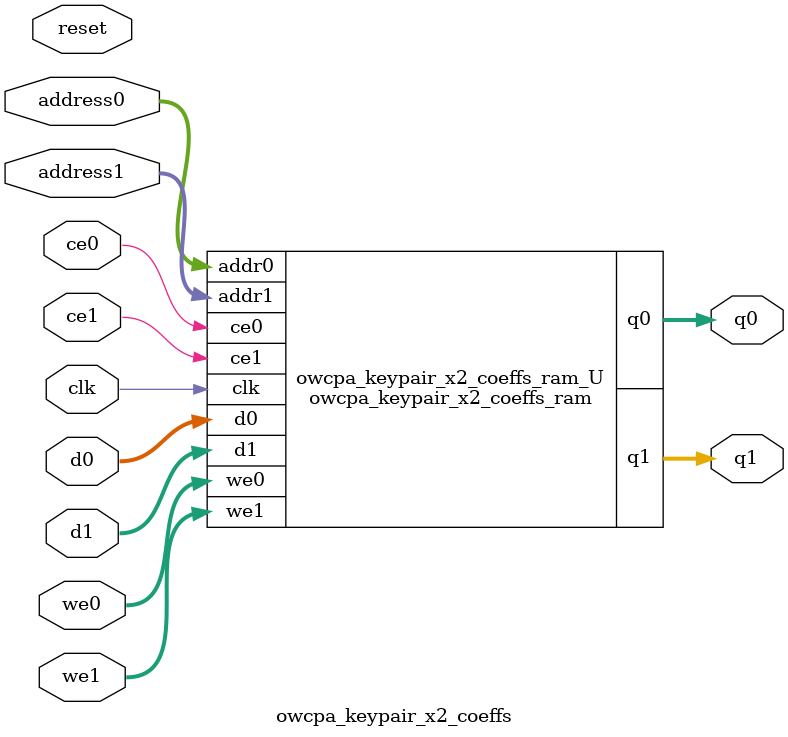
<source format=v>
`timescale 1 ns / 1 ps
module owcpa_keypair_x2_coeffs_ram (addr0, ce0, d0, we0, q0, addr1, ce1, d1, we1, q1,  clk);

parameter DWIDTH = 16;
parameter AWIDTH = 10;
parameter MEM_SIZE = 677;
parameter COL_WIDTH = 8;
parameter NUM_COL = (DWIDTH/COL_WIDTH);

input[AWIDTH-1:0] addr0;
input ce0;
input[DWIDTH-1:0] d0;
input [NUM_COL-1:0] we0;
output reg[DWIDTH-1:0] q0;
input[AWIDTH-1:0] addr1;
input ce1;
input[DWIDTH-1:0] d1;
input [NUM_COL-1:0] we1;
output reg[DWIDTH-1:0] q1;
input clk;

(* ram_style = "block" *)reg [DWIDTH-1:0] ram[0:MEM_SIZE-1];



genvar i;

generate
    for (i=0;i<NUM_COL;i=i+1) begin
        always @(posedge clk) begin
            if (ce0) begin
                if (we0[i]) begin
                    ram[addr0][i*COL_WIDTH +: COL_WIDTH] <= d0[i*COL_WIDTH +: COL_WIDTH]; 
                end
                q0[i*COL_WIDTH +: COL_WIDTH] <= ram[addr0][i*COL_WIDTH +: COL_WIDTH];
            end
        end
    end
endgenerate


generate
    for (i=0;i<NUM_COL;i=i+1) begin
        always @(posedge clk) begin
            if (ce1) begin
                if (we1[i]) begin
                    ram[addr1][i*COL_WIDTH +: COL_WIDTH] <= d1[i*COL_WIDTH +: COL_WIDTH]; 
                end
                q1[i*COL_WIDTH +: COL_WIDTH] <= ram[addr1][i*COL_WIDTH +: COL_WIDTH];
            end
        end
    end
endgenerate


endmodule

`timescale 1 ns / 1 ps
module owcpa_keypair_x2_coeffs(
    reset,
    clk,
    address0,
    ce0,
    we0,
    d0,
    q0,
    address1,
    ce1,
    we1,
    d1,
    q1);

parameter DataWidth = 32'd16;
parameter AddressRange = 32'd677;
parameter AddressWidth = 32'd10;
input reset;
input clk;
input[AddressWidth - 1:0] address0;
input ce0;
input[DataWidth/8 - 1:0] we0;
input[DataWidth - 1:0] d0;
output[DataWidth - 1:0] q0;
input[AddressWidth - 1:0] address1;
input ce1;
input[DataWidth/8 - 1:0] we1;
input[DataWidth - 1:0] d1;
output[DataWidth - 1:0] q1;



owcpa_keypair_x2_coeffs_ram owcpa_keypair_x2_coeffs_ram_U(
    .clk( clk ),
    .addr0( address0 ),
    .ce0( ce0 ),
    .we0( we0 ),
    .d0( d0 ),
    .q0( q0 ),
    .addr1( address1 ),
    .ce1( ce1 ),
    .we1( we1 ),
    .d1( d1 ),
    .q1( q1 ));

endmodule


</source>
